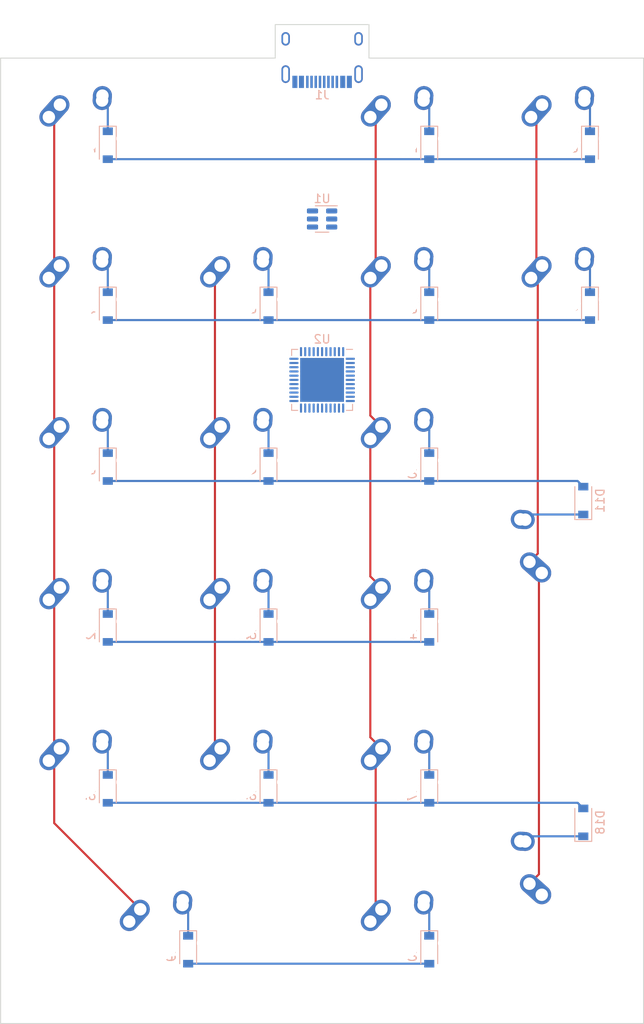
<source format=kicad_pcb>
(kicad_pcb (version 20211014) (generator pcbnew)
  (layers (0 "F.Cu" signal) (31 "B.Cu" signal) (34 "B.Paste" user) (35 "F.Paste" user) (36 "B.SilkS" user "B.Silkscreen") (37 "F.SilkS" user "F.Silkscreen") (38 "B.Mask" user) (39 "F.Mask" user) (44 "Edge.Cuts" user))
  (net 0 "")
  (net 1 "Net-(D1-Pad1)")
  (net 2 "ROW0")
  (net 3 "Net-(D2-Pad1)")
  (net 4 "ROW1")
  (net 5 "Net-(D3-Pad1)")
  (net 6 "ROW2")
  (net 7 "Net-(D4-Pad1)")
  (net 8 "ROW3")
  (net 9 "Net-(D5-Pad1)")
  (net 10 "ROW4")
  (net 11 "Net-(D6-Pad1)")
  (net 12 "Net-(D7-Pad1)")
  (net 13 "Net-(D8-Pad1)")
  (net 14 "Net-(D9-Pad1)")
  (net 15 "Net-(D10-Pad1)")
  (net 16 "Net-(D11-Pad1)")
  (net 17 "Net-(D12-Pad1)")
  (net 18 "Net-(D13-Pad1)")
  (net 19 "Net-(D14-Pad1)")
  (net 20 "Net-(D15-Pad1)")
  (net 21 "Net-(D16-Pad1)")
  (net 22 "Net-(D17-Pad1)")
  (net 23 "Net-(D18-Pad1)")
  (net 24 "Net-(D19-Pad1)")
  (net 25 "COL0")
  (net 26 "COL1")
  (net 27 "COL2")
  (net 28 "COL3")
  (net 29 "ROW5")
  (net 30 "Net-(D20-Pad1)")
  (net 50 "Net-(U2-Pad14)")
  (net 51 "Net-(U2-Pad15)")
  (net 59 "Net-(U2-Pad24)")
  (footprint "MX_Alps_Hybrid:MX-1U-NoLED" (layer "F.Cu") (at 9.525 66.675)
    (fp_text reference "MX12")
    (fp_text value "MX-NoLED")
    (pad "" np_thru_hole circle locked (at -5.08 0 48.0996) (size 1.75 1.75) (drill 1.75) (layers *.Cu *.Mask))
    (pad "" np_thru_hole circle locked (at 0 0) (size 3.9878 3.9878) (drill 3.9878) (layers *.Cu *.Mask))
    (pad "" np_thru_hole circle locked (at 5.08 0 48.0996) (size 1.75 1.75) (drill 1.75) (layers *.Cu *.Mask))
    (pad "1" thru_hole oval locked (at -3.81 -2.54 48.0996) (size 4.211556 2.25) (drill 1.47 (offset 0.980778 0)) (layers *.Cu "B.Mask") (net 25 "COL0"))
    (pad "1" thru_hole circle locked (at -2.5 -4) (size 2.25 2.25) (drill 1.47) (layers *.Cu "B.Mask") (net 25 "COL0"))
    (pad "2" thru_hole circle locked (at 2.54 -5.08) (size 2.25 2.25) (drill 1.47) (layers *.Cu "B.Mask") (net 17 "Net-(D12-Pad1)"))
    (pad "2" thru_hole oval locked (at 2.5 -4.5 86.0548) (size 2.831378 2.25) (drill 1.47 (offset 0.290689 0)) (layers *.Cu "B.Mask") (net 17 "Net-(D12-Pad1)"))
  )
  (footprint "MX_Alps_Hybrid:MX-1U-NoLED" (layer "F.Cu") (at 47.625 28.575)
    (fp_text reference "MX6")
    (fp_text value "MX-NoLED")
    (pad "" np_thru_hole circle locked (at 0 0) (size 3.9878 3.9878) (drill 3.9878) (layers *.Cu *.Mask))
    (pad "" np_thru_hole circle locked (at 5.08 0 48.0996) (size 1.75 1.75) (drill 1.75) (layers *.Cu *.Mask))
    (pad "" np_thru_hole circle locked (at -5.08 0 48.0996) (size 1.75 1.75) (drill 1.75) (layers *.Cu *.Mask))
    (pad "1" thru_hole circle locked (at -2.5 -4) (size 2.25 2.25) (drill 1.47) (layers *.Cu "B.Mask") (net 27 "COL2"))
    (pad "1" thru_hole oval locked (at -3.81 -2.54 48.0996) (size 4.211556 2.25) (drill 1.47 (offset 0.980778 0)) (layers *.Cu "B.Mask") (net 27 "COL2"))
    (pad "2" thru_hole circle locked (at 2.54 -5.08) (size 2.25 2.25) (drill 1.47) (layers *.Cu "B.Mask") (net 11 "Net-(D6-Pad1)"))
    (pad "2" thru_hole oval locked (at 2.5 -4.5 86.0548) (size 2.831378 2.25) (drill 1.47 (offset 0.290689 0)) (layers *.Cu "B.Mask") (net 11 "Net-(D6-Pad1)"))
  )
  (footprint "MX_Alps_Hybrid:MX-1U-NoLED" (layer "F.Cu") (at 28.575 85.725)
    (fp_text reference "MX16")
    (fp_text value "MX-NoLED")
    (pad "" np_thru_hole circle locked (at 5.08 0 48.0996) (size 1.75 1.75) (drill 1.75) (layers *.Cu *.Mask))
    (pad "" np_thru_hole circle locked (at -5.08 0 48.0996) (size 1.75 1.75) (drill 1.75) (layers *.Cu *.Mask))
    (pad "" np_thru_hole circle locked (at 0 0) (size 3.9878 3.9878) (drill 3.9878) (layers *.Cu *.Mask))
    (pad "1" thru_hole oval locked (at -3.81 -2.54 48.0996) (size 4.211556 2.25) (drill 1.47 (offset 0.980778 0)) (layers *.Cu "B.Mask") (net 26 "COL1"))
    (pad "1" thru_hole circle locked (at -2.5 -4) (size 2.25 2.25) (drill 1.47) (layers *.Cu "B.Mask") (net 26 "COL1"))
    (pad "2" thru_hole oval locked (at 2.5 -4.5 86.0548) (size 2.831378 2.25) (drill 1.47 (offset 0.290689 0)) (layers *.Cu "B.Mask") (net 21 "Net-(D16-Pad1)"))
    (pad "2" thru_hole circle locked (at 2.54 -5.08) (size 2.25 2.25) (drill 1.47) (layers *.Cu "B.Mask") (net 21 "Net-(D16-Pad1)"))
  )
  (footprint "MX_Alps_Hybrid:MX-1U-NoLED" (layer "F.Cu") (at 47.625 85.725)
    (fp_text reference "MX17")
    (fp_text value "MX-NoLED")
    (pad "" np_thru_hole circle locked (at -5.08 0 48.0996) (size 1.75 1.75) (drill 1.75) (layers *.Cu *.Mask))
    (pad "" np_thru_hole circle locked (at 5.08 0 48.0996) (size 1.75 1.75) (drill 1.75) (layers *.Cu *.Mask))
    (pad "" np_thru_hole circle locked (at 0 0) (size 3.9878 3.9878) (drill 3.9878) (layers *.Cu *.Mask))
    (pad "1" thru_hole oval locked (at -3.81 -2.54 48.0996) (size 4.211556 2.25) (drill 1.47 (offset 0.980778 0)) (layers *.Cu "B.Mask") (net 27 "COL2"))
    (pad "1" thru_hole circle locked (at -2.5 -4) (size 2.25 2.25) (drill 1.47) (layers *.Cu "B.Mask") (net 27 "COL2"))
    (pad "2" thru_hole circle locked (at 2.54 -5.08) (size 2.25 2.25) (drill 1.47) (layers *.Cu "B.Mask") (net 22 "Net-(D17-Pad1)"))
    (pad "2" thru_hole oval locked (at 2.5 -4.5 86.0548) (size 2.831378 2.25) (drill 1.47 (offset 0.290689 0)) (layers *.Cu "B.Mask") (net 22 "Net-(D17-Pad1)"))
  )
  (footprint "MX_Alps_Hybrid:MX-1U-NoLED" (layer "F.Cu") (at 66.675 28.575)
    (fp_text reference "MX7")
    (fp_text value "MX-NoLED")
    (pad "" np_thru_hole circle locked (at 0 0) (size 3.9878 3.9878) (drill 3.9878) (layers *.Cu *.Mask))
    (pad "" np_thru_hole circle locked (at -5.08 0 48.0996) (size 1.75 1.75) (drill 1.75) (layers *.Cu *.Mask))
    (pad "" np_thru_hole circle locked (at 5.08 0 48.0996) (size 1.75 1.75) (drill 1.75) (layers *.Cu *.Mask))
    (pad "1" thru_hole oval locked (at -3.81 -2.54 48.0996) (size 4.211556 2.25) (drill 1.47 (offset 0.980778 0)) (layers *.Cu "B.Mask") (net 28 "COL3"))
    (pad "1" thru_hole circle locked (at -2.5 -4) (size 2.25 2.25) (drill 1.47) (layers *.Cu "B.Mask") (net 28 "COL3"))
    (pad "2" thru_hole circle locked (at 2.54 -5.08) (size 2.25 2.25) (drill 1.47) (layers *.Cu "B.Mask") (net 12 "Net-(D7-Pad1)"))
    (pad "2" thru_hole oval locked (at 2.5 -4.5 86.0548) (size 2.831378 2.25) (drill 1.47 (offset 0.290689 0)) (layers *.Cu "B.Mask") (net 12 "Net-(D7-Pad1)"))
  )
  (footprint "MX_Alps_Hybrid:MX-2U-ReversedStabilizers-NoLED" (layer "F.Cu") (at 19.05 104.775)
    (fp_text reference "MX19")
    (fp_text value "MX-NoLED")
    (pad "" np_thru_hole circle locked (at 0 0) (size 3.9878 3.9878) (drill 3.9878) (layers *.Cu *.Mask))
    (pad "" np_thru_hole circle locked (at 11.938 6.985) (size 3.048 3.048) (drill 3.048) (layers *.Cu *.Mask))
    (pad "" np_thru_hole circle locked (at 11.938 -8.255) (size 3.9878 3.9878) (drill 3.9878) (layers *.Cu *.Mask))
    (pad "" np_thru_hole circle locked (at -11.938 -8.255) (size 3.9878 3.9878) (drill 3.9878) (layers *.Cu *.Mask))
    (pad "" np_thru_hole circle locked (at -11.938 6.985) (size 3.048 3.048) (drill 3.048) (layers *.Cu *.Mask))
    (pad "" np_thru_hole circle locked (at 5.08 0 48.0996) (size 1.75 1.75) (drill 1.75) (layers *.Cu *.Mask))
    (pad "" np_thru_hole circle locked (at -5.08 0 48.0996) (size 1.75 1.75) (drill 1.75) (layers *.Cu *.Mask))
    (pad "1" thru_hole circle locked (at -2.5 -4) (size 2.25 2.25) (drill 1.47) (layers *.Cu "B.Mask") (net 25 "COL0"))
    (pad "1" thru_hole oval locked (at -3.81 -2.54 48.0996) (size 4.211556 2.25) (drill 1.47 (offset 0.980778 0)) (layers *.Cu "B.Mask") (net 25 "COL0"))
    (pad "2" thru_hole oval locked (at 2.5 -4.5 86.0548) (size 2.831378 2.25) (drill 1.47 (offset 0.290689 0)) (layers *.Cu "B.Mask") (net 24 "Net-(D19-Pad1)"))
    (pad "2" thru_hole circle locked (at 2.54 -5.08) (size 2.25 2.25) (drill 1.47) (layers *.Cu "B.Mask") (net 24 "Net-(D19-Pad1)"))
  )
  (footprint "MX_Alps_Hybrid:MX-1U-NoLED" (layer "F.Cu") (at 47.625 104.775)
    (fp_text reference "MX20")
    (fp_text value "MX-NoLED")
    (pad "" np_thru_hole circle locked (at 5.08 0 48.0996) (size 1.75 1.75) (drill 1.75) (layers *.Cu *.Mask))
    (pad "" np_thru_hole circle locked (at -5.08 0 48.0996) (size 1.75 1.75) (drill 1.75) (layers *.Cu *.Mask))
    (pad "" np_thru_hole circle locked (at 0 0) (size 3.9878 3.9878) (drill 3.9878) (layers *.Cu *.Mask))
    (pad "1" thru_hole oval locked (at -3.81 -2.54 48.0996) (size 4.211556 2.25) (drill 1.47 (offset 0.980778 0)) (layers *.Cu "B.Mask") (net 27 "COL2"))
    (pad "1" thru_hole circle locked (at -2.5 -4) (size 2.25 2.25) (drill 1.47) (layers *.Cu "B.Mask") (net 27 "COL2"))
    (pad "2" thru_hole circle locked (at 2.54 -5.08) (size 2.25 2.25) (drill 1.47) (layers *.Cu "B.Mask") (net 30 "Net-(D20-Pad1)"))
    (pad "2" thru_hole oval locked (at 2.5 -4.5 86.0548) (size 2.831378 2.25) (drill 1.47 (offset 0.290689 0)) (layers *.Cu "B.Mask") (net 30 "Net-(D20-Pad1)"))
  )
  (footprint "MX_Alps_Hybrid:MX-2U-ReversedStabilizers-NoLED" (layer "F.Cu") (at 66.675 57.15 90)
    (fp_text reference "MX11")
    (fp_text value "MX-NoLED")
    (pad "" np_thru_hole circle locked (at -11.938 -8.255 90) (size 3.9878 3.9878) (drill 3.9878) (layers *.Cu *.Mask))
    (pad "" np_thru_hole circle locked (at -11.938 6.985 90) (size 3.048 3.048) (drill 3.048) (layers *.Cu *.Mask))
    (pad "" np_thru_hole circle locked (at 11.938 -8.255 90) (size 3.9878 3.9878) (drill 3.9878) (layers *.Cu *.Mask))
    (pad "" np_thru_hole circle locked (at 11.938 6.985 90) (size 3.048 3.048) (drill 3.048) (layers *.Cu *.Mask))
    (pad "" np_thru_hole circle locked (at 0 0 90) (size 3.9878 3.9878) (drill 3.9878) (layers *.Cu *.Mask))
    (pad "" np_thru_hole circle locked (at 5.08 0 138.0996) (size 1.75 1.75) (drill 1.75) (layers *.Cu *.Mask))
    (pad "" np_thru_hole circle locked (at -5.08 0 138.0996) (size 1.75 1.75) (drill 1.75) (layers *.Cu *.Mask))
    (pad "1" thru_hole oval locked (at -3.81 -2.54 138.0996) (size 4.211556 2.25) (drill 1.47 (offset 0.980778 0)) (layers *.Cu "B.Mask") (net 28 "COL3"))
    (pad "1" thru_hole circle locked (at -2.5 -4 90) (size 2.25 2.25) (drill 1.47) (layers *.Cu "B.Mask") (net 28 "COL3"))
    (pad "2" thru_hole oval locked (at 2.5 -4.5 176.0548) (size 2.831378 2.25) (drill 1.47 (offset 0.290689 0)) (layers *.Cu "B.Mask") (net 16 "Net-(D11-Pad1)"))
    (pad "2" thru_hole circle locked (at 2.54 -5.08 90) (size 2.25 2.25) (drill 1.47) (layers *.Cu "B.Mask") (net 16 "Net-(D11-Pad1)"))
  )
  (footprint "MX_Alps_Hybrid:MX-1U-NoLED" (layer "F.Cu") (at 47.625 9.525)
    (fp_text reference "MX2")
    (fp_text value "MX-NoLED")
    (pad "" np_thru_hole circle locked (at 5.08 0 48.0996) (size 1.75 1.75) (drill 1.75) (layers *.Cu *.Mask))
    (pad "" np_thru_hole circle locked (at -5.08 0 48.0996) (size 1.75 1.75) (drill 1.75) (layers *.Cu *.Mask))
    (pad "" np_thru_hole circle locked (at 0 0) (size 3.9878 3.9878) (drill 3.9878) (layers *.Cu *.Mask))
    (pad "1" thru_hole circle locked (at -2.5 -4) (size 2.25 2.25) (drill 1.47) (layers *.Cu "B.Mask") (net 27 "COL2"))
    (pad "1" thru_hole oval locked (at -3.81 -2.54 48.0996) (size 4.211556 2.25) (drill 1.47 (offset 0.980778 0)) (layers *.Cu "B.Mask") (net 27 "COL2"))
    (pad "2" thru_hole circle locked (at 2.54 -5.08) (size 2.25 2.25) (drill 1.47) (layers *.Cu "B.Mask") (net 3 "Net-(D2-Pad1)"))
    (pad "2" thru_hole oval locked (at 2.5 -4.5 86.0548) (size 2.831378 2.25) (drill 1.47 (offset 0.290689 0)) (layers *.Cu "B.Mask") (net 3 "Net-(D2-Pad1)"))
  )
  (footprint "MX_Alps_Hybrid:MX-1U-NoLED" (layer "F.Cu") (at 9.525 85.725)
    (fp_text reference "MX15")
    (fp_text value "MX-NoLED")
    (pad "" np_thru_hole circle locked (at 0 0) (size 3.9878 3.9878) (drill 3.9878) (layers *.Cu *.Mask))
    (pad "" np_thru_hole circle locked (at 5.08 0 48.0996) (size 1.75 1.75) (drill 1.75) (layers *.Cu *.Mask))
    (pad "" np_thru_hole circle locked (at -5.08 0 48.0996) (size 1.75 1.75) (drill 1.75) (layers *.Cu *.Mask))
    (pad "1" thru_hole oval locked (at -3.81 -2.54 48.0996) (size 4.211556 2.25) (drill 1.47 (offset 0.980778 0)) (layers *.Cu "B.Mask") (net 25 "COL0"))
    (pad "1" thru_hole circle locked (at -2.5 -4) (size 2.25 2.25) (drill 1.47) (layers *.Cu "B.Mask") (net 25 "COL0"))
    (pad "2" thru_hole circle locked (at 2.54 -5.08) (size 2.25 2.25) (drill 1.47) (layers *.Cu "B.Mask") (net 20 "Net-(D15-Pad1)"))
    (pad "2" thru_hole oval locked (at 2.5 -4.5 86.0548) (size 2.831378 2.25) (drill 1.47 (offset 0.290689 0)) (layers *.Cu "B.Mask") (net 20 "Net-(D15-Pad1)"))
  )
  (footprint "MX_Alps_Hybrid:MX-1U-NoLED" (layer "F.Cu") (at 28.575 28.575)
    (fp_text reference "MX5")
    (fp_text value "MX-NoLED")
    (pad "" np_thru_hole circle locked (at -5.08 0 48.0996) (size 1.75 1.75) (drill 1.75) (layers *.Cu *.Mask))
    (pad "" np_thru_hole circle locked (at 5.08 0 48.0996) (size 1.75 1.75) (drill 1.75) (layers *.Cu *.Mask))
    (pad "" np_thru_hole circle locked (at 0 0) (size 3.9878 3.9878) (drill 3.9878) (layers *.Cu *.Mask))
    (pad "1" thru_hole oval locked (at -3.81 -2.54 48.0996) (size 4.211556 2.25) (drill 1.47 (offset 0.980778 0)) (layers *.Cu "B.Mask") (net 26 "COL1"))
    (pad "1" thru_hole circle locked (at -2.5 -4) (size 2.25 2.25) (drill 1.47) (layers *.Cu "B.Mask") (net 26 "COL1"))
    (pad "2" thru_hole circle locked (at 2.54 -5.08) (size 2.25 2.25) (drill 1.47) (layers *.Cu "B.Mask") (net 9 "Net-(D5-Pad1)"))
    (pad "2" thru_hole oval locked (at 2.5 -4.5 86.0548) (size 2.831378 2.25) (drill 1.47 (offset 0.290689 0)) (layers *.Cu "B.Mask") (net 9 "Net-(D5-Pad1)"))
  )
  (footprint "MX_Alps_Hybrid:MX-1U-NoLED" (layer "F.Cu") (at 47.625 47.625)
    (fp_text reference "MX10")
    (fp_text value "MX-NoLED")
    (pad "" np_thru_hole circle locked (at 5.08 0 48.0996) (size 1.75 1.75) (drill 1.75) (layers *.Cu *.Mask))
    (pad "" np_thru_hole circle locked (at -5.08 0 48.0996) (size 1.75 1.75) (drill 1.75) (layers *.Cu *.Mask))
    (pad "" np_thru_hole circle locked (at 0 0) (size 3.9878 3.9878) (drill 3.9878) (layers *.Cu *.Mask))
    (pad "1" thru_hole oval locked (at -3.81 -2.54 48.0996) (size 4.211556 2.25) (drill 1.47 (offset 0.980778 0)) (layers *.Cu "B.Mask") (net 27 "COL2"))
    (pad "1" thru_hole circle locked (at -2.5 -4) (size 2.25 2.25) (drill 1.47) (layers *.Cu "B.Mask") (net 27 "COL2"))
    (pad "2" thru_hole oval locked (at 2.5 -4.5 86.0548) (size 2.831378 2.25) (drill 1.47 (offset 0.290689 0)) (layers *.Cu "B.Mask") (net 15 "Net-(D10-Pad1)"))
    (pad "2" thru_hole circle locked (at 2.54 -5.08) (size 2.25 2.25) (drill 1.47) (layers *.Cu "B.Mask") (net 15 "Net-(D10-Pad1)"))
  )
  (footprint "MX_Alps_Hybrid:MX-1U-NoLED" (layer "F.Cu") (at 9.525 9.525)
    (fp_text reference "MX1")
    (fp_text value "MX-NoLED")
    (pad "" np_thru_hole circle locked (at -5.08 0 48.0996) (size 1.75 1.75) (drill 1.75) (layers *.Cu *.Mask))
    (pad "" np_thru_hole circle locked (at 5.08 0 48.0996) (size 1.75 1.75) (drill 1.75) (layers *.Cu *.Mask))
    (pad "" np_thru_hole circle locked (at 0 0) (size 3.9878 3.9878) (drill 3.9878) (layers *.Cu *.Mask))
    (pad "1" thru_hole circle locked (at -2.5 -4) (size 2.25 2.25) (drill 1.47) (layers *.Cu "B.Mask") (net 25 "COL0"))
    (pad "1" thru_hole oval locked (at -3.81 -2.54 48.0996) (size 4.211556 2.25) (drill 1.47 (offset 0.980778 0)) (layers *.Cu "B.Mask") (net 25 "COL0"))
    (pad "2" thru_hole circle locked (at 2.54 -5.08) (size 2.25 2.25) (drill 1.47) (layers *.Cu "B.Mask") (net 1 "Net-(D1-Pad1)"))
    (pad "2" thru_hole oval locked (at 2.5 -4.5 86.0548) (size 2.831378 2.25) (drill 1.47 (offset 0.290689 0)) (layers *.Cu "B.Mask") (net 1 "Net-(D1-Pad1)"))
  )
  (footprint "MX_Alps_Hybrid:MX-1U-NoLED" (layer "F.Cu") (at 9.525 28.575)
    (fp_text reference "MX4")
    (fp_text value "MX-NoLED")
    (pad "" np_thru_hole circle locked (at -5.08 0 48.0996) (size 1.75 1.75) (drill 1.75) (layers *.Cu *.Mask))
    (pad "" np_thru_hole circle locked (at 0 0) (size 3.9878 3.9878) (drill 3.9878) (layers *.Cu *.Mask))
    (pad "" np_thru_hole circle locked (at 5.08 0 48.0996) (size 1.75 1.75) (drill 1.75) (layers *.Cu *.Mask))
    (pad "1" thru_hole circle locked (at -2.5 -4) (size 2.25 2.25) (drill 1.47) (layers *.Cu "B.Mask") (net 25 "COL0"))
    (pad "1" thru_hole oval locked (at -3.81 -2.54 48.0996) (size 4.211556 2.25) (drill 1.47 (offset 0.980778 0)) (layers *.Cu "B.Mask") (net 25 "COL0"))
    (pad "2" thru_hole oval locked (at 2.5 -4.5 86.0548) (size 2.831378 2.25) (drill 1.47 (offset 0.290689 0)) (layers *.Cu "B.Mask") (net 7 "Net-(D4-Pad1)"))
    (pad "2" thru_hole circle locked (at 2.54 -5.08) (size 2.25 2.25) (drill 1.47) (layers *.Cu "B.Mask") (net 7 "Net-(D4-Pad1)"))
  )
  (footprint "MX_Alps_Hybrid:MX-1U-NoLED" (layer "F.Cu") (at 28.575 66.675)
    (fp_text reference "MX13")
    (fp_text value "MX-NoLED")
    (pad "" np_thru_hole circle locked (at 0 0) (size 3.9878 3.9878) (drill 3.9878) (layers *.Cu *.Mask))
    (pad "" np_thru_hole circle locked (at 5.08 0 48.0996) (size 1.75 1.75) (drill 1.75) (layers *.Cu *.Mask))
    (pad "" np_thru_hole circle locked (at -5.08 0 48.0996) (size 1.75 1.75) (drill 1.75) (layers *.Cu *.Mask))
    (pad "1" thru_hole circle locked (at -2.5 -4) (size 2.25 2.25) (drill 1.47) (layers *.Cu "B.Mask") (net 26 "COL1"))
    (pad "1" thru_hole oval locked (at -3.81 -2.54 48.0996) (size 4.211556 2.25) (drill 1.47 (offset 0.980778 0)) (layers *.Cu "B.Mask") (net 26 "COL1"))
    (pad "2" thru_hole oval locked (at 2.5 -4.5 86.0548) (size 2.831378 2.25) (drill 1.47 (offset 0.290689 0)) (layers *.Cu "B.Mask") (net 18 "Net-(D13-Pad1)"))
    (pad "2" thru_hole circle locked (at 2.54 -5.08) (size 2.25 2.25) (drill 1.47) (layers *.Cu "B.Mask") (net 18 "Net-(D13-Pad1)"))
  )
  (footprint "MX_Alps_Hybrid:MX-1U-NoLED" (layer "F.Cu") (at 66.675 9.525)
    (fp_text reference "MX3")
    (fp_text value "MX-NoLED")
    (pad "" np_thru_hole circle locked (at -5.08 0 48.0996) (size 1.75 1.75) (drill 1.75) (layers *.Cu *.Mask))
    (pad "" np_thru_hole circle locked (at 0 0) (size 3.9878 3.9878) (drill 3.9878) (layers *.Cu *.Mask))
    (pad "" np_thru_hole circle locked (at 5.08 0 48.0996) (size 1.75 1.75) (drill 1.75) (layers *.Cu *.Mask))
    (pad "1" thru_hole circle locked (at -2.5 -4) (size 2.25 2.25) (drill 1.47) (layers *.Cu "B.Mask") (net 28 "COL3"))
    (pad "1" thru_hole oval locked (at -3.81 -2.54 48.0996) (size 4.211556 2.25) (drill 1.47 (offset 0.980778 0)) (layers *.Cu "B.Mask") (net 28 "COL3"))
    (pad "2" thru_hole circle locked (at 2.54 -5.08) (size 2.25 2.25) (drill 1.47) (layers *.Cu "B.Mask") (net 5 "Net-(D3-Pad1)"))
    (pad "2" thru_hole oval locked (at 2.5 -4.5 86.0548) (size 2.831378 2.25) (drill 1.47 (offset 0.290689 0)) (layers *.Cu "B.Mask") (net 5 "Net-(D3-Pad1)"))
  )
  (footprint "MX_Alps_Hybrid:MX-1U-NoLED" (layer "F.Cu") (at 9.525 47.625)
    (fp_text reference "MX8")
    (fp_text value "MX-NoLED")
    (pad "" np_thru_hole circle locked (at -5.08 0 48.0996) (size 1.75 1.75) (drill 1.75) (layers *.Cu *.Mask))
    (pad "" np_thru_hole circle locked (at 5.08 0 48.0996) (size 1.75 1.75) (drill 1.75) (layers *.Cu *.Mask))
    (pad "" np_thru_hole circle locked (at 0 0) (size 3.9878 3.9878) (drill 3.9878) (layers *.Cu *.Mask))
    (pad "1" thru_hole circle locked (at -2.5 -4) (size 2.25 2.25) (drill 1.47) (layers *.Cu "B.Mask") (net 25 "COL0"))
    (pad "1" thru_hole oval locked (at -3.81 -2.54 48.0996) (size 4.211556 2.25) (drill 1.47 (offset 0.980778 0)) (layers *.Cu "B.Mask") (net 25 "COL0"))
    (pad "2" thru_hole circle locked (at 2.54 -5.08) (size 2.25 2.25) (drill 1.47) (layers *.Cu "B.Mask") (net 13 "Net-(D8-Pad1)"))
    (pad "2" thru_hole oval locked (at 2.5 -4.5 86.0548) (size 2.831378 2.25) (drill 1.47 (offset 0.290689 0)) (layers *.Cu "B.Mask") (net 13 "Net-(D8-Pad1)"))
  )
  (footprint "MX_Alps_Hybrid:MX-2U-ReversedStabilizers-NoLED" (layer "F.Cu") (at 66.675 95.25 90)
    (fp_text reference "MX18")
    (fp_text value "MX-NoLED")
    (pad "" np_thru_hole circle locked (at 11.938 6.985 90) (size 3.048 3.048) (drill 3.048) (layers *.Cu *.Mask))
    (pad "" np_thru_hole circle locked (at 0 0 90) (size 3.9878 3.9878) (drill 3.9878) (layers *.Cu *.Mask))
    (pad "" np_thru_hole circle locked (at -5.08 0 138.0996) (size 1.75 1.75) (drill 1.75) (layers *.Cu *.Mask))
    (pad "" np_thru_hole circle locked (at -11.938 6.985 90) (size 3.048 3.048) (drill 3.048) (layers *.Cu *.Mask))
    (pad "" np_thru_hole circle locked (at 11.938 -8.255 90) (size 3.9878 3.9878) (drill 3.9878) (layers *.Cu *.Mask))
    (pad "" np_thru_hole circle locked (at -11.938 -8.255 90) (size 3.9878 3.9878) (drill 3.9878) (layers *.Cu *.Mask))
    (pad "" np_thru_hole circle locked (at 5.08 0 138.0996) (size 1.75 1.75) (drill 1.75) (layers *.Cu *.Mask))
    (pad "1" thru_hole circle locked (at -2.5 -4 90) (size 2.25 2.25) (drill 1.47) (layers *.Cu "B.Mask") (net 28 "COL3"))
    (pad "1" thru_hole oval locked (at -3.81 -2.54 138.0996) (size 4.211556 2.25) (drill 1.47 (offset 0.980778 0)) (layers *.Cu "B.Mask") (net 28 "COL3"))
    (pad "2" thru_hole oval locked (at 2.5 -4.5 176.0548) (size 2.831378 2.25) (drill 1.47 (offset 0.290689 0)) (layers *.Cu "B.Mask") (net 23 "Net-(D18-Pad1)"))
    (pad "2" thru_hole circle locked (at 2.54 -5.08 90) (size 2.25 2.25) (drill 1.47) (layers *.Cu "B.Mask") (net 23 "Net-(D18-Pad1)"))
  )
  (footprint "MX_Alps_Hybrid:MX-1U-NoLED" (layer "F.Cu") (at 28.575 47.625)
    (fp_text reference "MX9")
    (fp_text value "MX-NoLED")
    (pad "" np_thru_hole circle locked (at 5.08 0 48.0996) (size 1.75 1.75) (drill 1.75) (layers *.Cu *.Mask))
    (pad "" np_thru_hole circle locked (at 0 0) (size 3.9878 3.9878) (drill 3.9878) (layers *.Cu *.Mask))
    (pad "" np_thru_hole circle locked (at -5.08 0 48.0996) (size 1.75 1.75) (drill 1.75) (layers *.Cu *.Mask))
    (pad "1" thru_hole circle locked (at -2.5 -4) (size 2.25 2.25) (drill 1.47) (layers *.Cu "B.Mask") (net 26 "COL1"))
    (pad "1" thru_hole oval locked (at -3.81 -2.54 48.0996) (size 4.211556 2.25) (drill 1.47 (offset 0.980778 0)) (layers *.Cu "B.Mask") (net 26 "COL1"))
    (pad "2" thru_hole oval locked (at 2.5 -4.5 86.0548) (size 2.831378 2.25) (drill 1.47 (offset 0.290689 0)) (layers *.Cu "B.Mask") (net 14 "Net-(D9-Pad1)"))
    (pad "2" thru_hole circle locked (at 2.54 -5.08) (size 2.25 2.25) (drill 1.47) (layers *.Cu "B.Mask") (net 14 "Net-(D9-Pad1)"))
  )
  (footprint "MX_Alps_Hybrid:MX-1U-NoLED" (layer "F.Cu") (at 47.625 66.675)
    (fp_text reference "MX14")
    (fp_text value "MX-NoLED")
    (pad "" np_thru_hole circle locked (at 0 0) (size 3.9878 3.9878) (drill 3.9878) (layers *.Cu *.Mask))
    (pad "" np_thru_hole circle locked (at -5.08 0 48.0996) (size 1.75 1.75) (drill 1.75) (layers *.Cu *.Mask))
    (pad "" np_thru_hole circle locked (at 5.08 0 48.0996) (size 1.75 1.75) (drill 1.75) (layers *.Cu *.Mask))
    (pad "1" thru_hole circle locked (at -2.5 -4) (size 2.25 2.25) (drill 1.47) (layers *.Cu "B.Mask") (net 27 "COL2"))
    (pad "1" thru_hole oval locked (at -3.81 -2.54 48.0996) (size 4.211556 2.25) (drill 1.47 (offset 0.980778 0)) (layers *.Cu "B.Mask") (net 27 "COL2"))
    (pad "2" thru_hole oval locked (at 2.5 -4.5 86.0548) (size 2.831378 2.25) (drill 1.47 (offset 0.290689 0)) (layers *.Cu "B.Mask") (net 19 "Net-(D14-Pad1)"))
    (pad "2" thru_hole circle locked (at 2.54 -5.08) (size 2.25 2.25) (drill 1.47) (layers *.Cu "B.Mask") (net 19 "Net-(D14-Pad1)"))
  )
  (footprint "Diode_SMD:D_SOD-123" (layer "B.Cu") (at 50.8 105.56875 -90)
    (fp_text reference "D20" (at 0 2 90) (layer "B.SilkS") (effects (justify mirror)))
    (fp_text value "1N4148W")
    (pad "1" smd rect locked (at -1.65 0 270) (size 0.9 1.2) (layers "B.Cu" "B.Paste" "B.Mask") (net 30 "Net-(D20-Pad1)"))
    (pad "2" smd rect locked (at 1.65 0 270) (size 0.9 1.2) (layers "B.Cu" "B.Paste" "B.Mask") (net 29 "ROW5"))
  )
  (footprint "Diode_SMD:D_SOD-123" (layer "B.Cu") (at 50.8 86.51875 -90)
    (fp_text reference "D17" (at 0 2 90) (layer "B.SilkS") (effects (justify mirror)))
    (fp_text value "1N4148W")
    (pad "1" smd rect locked (at -1.65 0 270) (size 0.9 1.2) (layers "B.Cu" "B.Paste" "B.Mask") (net 22 "Net-(D17-Pad1)"))
    (pad "2" smd rect locked (at 1.65 0 270) (size 0.9 1.2) (layers "B.Cu" "B.Paste" "B.Mask") (net 10 "ROW4"))
  )
  (footprint "Type-C:HRO-TYPE-C-31-M-12" (layer "B.Cu") (at 38.1 -4.87875)
    (fp_text reference "J1" (at 0 9.25 180) (layer "B.SilkS") (effects (justify mirror)))
    (fp_text value "USB_C_Receptacle_USB2.0")
    (pad "" np_thru_hole circle locked (at 2.89 6.25) (size 0.65 0.65) (drill 0.65) (layers *.Cu *.Mask))
    (pad "" np_thru_hole circle locked (at -2.89 6.25) (size 0.65 0.65) (drill 0.65) (layers *.Cu *.Mask))
    (pad "1" smd rect locked (at -3.225 7.695) (size 0.6 1.45) (layers "B.Cu" "B.Paste" "B.Mask"))
    (pad "2" smd rect locked (at -2.45 7.695) (size 0.6 1.45) (layers "B.Cu" "B.Paste" "B.Mask"))
    (pad "3" smd rect locked (at -1.75 7.695) (size 0.3 1.45) (layers "B.Cu" "B.Paste" "B.Mask"))
    (pad "4" smd rect locked (at -1.25 7.695) (size 0.3 1.45) (layers "B.Cu" "B.Paste" "B.Mask"))
    (pad "5" smd rect locked (at -0.75 7.695) (size 0.3 1.45) (layers "B.Cu" "B.Paste" "B.Mask"))
    (pad "6" smd rect locked (at -0.25 7.695) (size 0.3 1.45) (layers "B.Cu" "B.Paste" "B.Mask"))
    (pad "7" smd rect locked (at 0.25 7.695) (size 0.3 1.45) (layers "B.Cu" "B.Paste" "B.Mask"))
    (pad "8" smd rect locked (at 0.75 7.695) (size 0.3 1.45) (layers "B.Cu" "B.Paste" "B.Mask"))
    (pad "9" smd rect locked (at 1.25 7.695) (size 0.3 1.45) (layers "B.Cu" "B.Paste" "B.Mask"))
    (pad "10" smd rect locked (at 1.75 7.695) (size 0.3 1.45) (layers "B.Cu" "B.Paste" "B.Mask"))
    (pad "11" smd rect locked (at 2.45 7.695) (size 0.6 1.45) (layers "B.Cu" "B.Paste" "B.Mask"))
    (pad "12" smd rect locked (at 3.225 7.695) (size 0.6 1.45) (layers "B.Cu" "B.Paste" "B.Mask"))
    (pad "13" thru_hole oval locked (at 4.32 2.6) (size 1 1.6) (drill oval 0.6 1.2) (layers *.Cu "F.Mask"))
    (pad "13" thru_hole oval locked (at 4.32 6.78) (size 1 2.1) (drill oval 0.6 1.7) (layers *.Cu "F.Mask"))
    (pad "13" thru_hole oval locked (at -4.32 2.6) (size 1 1.6) (drill oval 0.6 1.2) (layers *.Cu "F.Mask"))
    (pad "13" thru_hole oval locked (at -4.32 6.78) (size 1 2.1) (drill oval 0.6 1.7) (layers *.Cu "F.Mask"))
  )
  (footprint "Diode_SMD:D_SOD-123" (layer "B.Cu") (at 12.7 67.46875 -90)
    (fp_text reference "D12" (at 0 2 90) (layer "B.SilkS") (effects (justify mirror)))
    (fp_text value "1N4148W")
    (pad "1" smd rect locked (at -1.65 0 270) (size 0.9 1.2) (layers "B.Cu" "B.Paste" "B.Mask") (net 17 "Net-(D12-Pad1)"))
    (pad "2" smd rect locked (at 1.65 0 270) (size 0.9 1.2) (layers "B.Cu" "B.Paste" "B.Mask") (net 8 "ROW3"))
  )
  (footprint "Package_TO_SOT_SMD:SOT-23-6" (layer "B.Cu") (at 38.1 19.05 180)
    (fp_text reference "U1" (at 0 2.4) (layer "B.SilkS") (effects (justify mirror)))
    (fp_text value "SRV05-4")
    (pad "1" smd roundrect locked (at -1.1375 0.95 180) (size 1.325 0.6) (layers "B.Cu" "B.Paste" "B.Mask"))
    (pad "2" smd roundrect locked (at -1.1375 0 180) (size 1.325 0.6) (layers "B.Cu" "B.Paste" "B.Mask"))
    (pad "3" smd roundrect locked (at -1.1375 -0.95 180) (size 1.325 0.6) (layers "B.Cu" "B.Paste" "B.Mask"))
    (pad "4" smd roundrect locked (at 1.1375 -0.95 180) (size 1.325 0.6) (layers "B.Cu" "B.Paste" "B.Mask"))
    (pad "5" smd roundrect locked (at 1.1375 0 180) (size 1.325 0.6) (layers "B.Cu" "B.Paste" "B.Mask"))
    (pad "6" smd roundrect locked (at 1.1375 0.95 180) (size 1.325 0.6) (layers "B.Cu" "B.Paste" "B.Mask"))
  )
  (footprint "Diode_SMD:D_SOD-123" (layer "B.Cu") (at 31.75 86.51875 -90)
    (fp_text reference "D16" (at 0 2 90) (layer "B.SilkS") (effects (justify mirror)))
    (fp_text value "1N4148W")
    (pad "1" smd rect locked (at -1.65 0 270) (size 0.9 1.2) (layers "B.Cu" "B.Paste" "B.Mask") (net 21 "Net-(D16-Pad1)"))
    (pad "2" smd rect locked (at 1.65 0 270) (size 0.9 1.2) (layers "B.Cu" "B.Paste" "B.Mask") (net 10 "ROW4"))
  )
  (footprint "Diode_SMD:D_SOD-123" (layer "B.Cu") (at 69.85 10.31875 -90)
    (fp_text reference "D3" (at 0 2 90) (layer "B.SilkS") (effects (justify mirror)))
    (fp_text value "1N4148W")
    (pad "1" smd rect locked (at -1.65 0 270) (size 0.9 1.2) (layers "B.Cu" "B.Paste" "B.Mask") (net 5 "Net-(D3-Pad1)"))
    (pad "2" smd rect locked (at 1.65 0 270) (size 0.9 1.2) (layers "B.Cu" "B.Paste" "B.Mask") (net 2 "ROW0"))
  )
  (footprint "Diode_SMD:D_SOD-123" (layer "B.Cu") (at 31.75 48.41875 -90)
    (fp_text reference "D9" (at 0 2 90) (layer "B.SilkS") (effects (justify mirror)))
    (fp_text value "1N4148W")
    (pad "1" smd rect locked (at -1.65 0 270) (size 0.9 1.2) (layers "B.Cu" "B.Paste" "B.Mask") (net 14 "Net-(D9-Pad1)"))
    (pad "2" smd rect locked (at 1.65 0 270) (size 0.9 1.2) (layers "B.Cu" "B.Paste" "B.Mask") (net 6 "ROW2"))
  )
  (footprint "Diode_SMD:D_SOD-123" (layer "B.Cu") (at 50.8 67.46875 -90)
    (fp_text reference "D14" (at 0 2 90) (layer "B.SilkS") (effects (justify mirror)))
    (fp_text value "1N4148W")
    (pad "1" smd rect locked (at -1.65 0 270) (size 0.9 1.2) (layers "B.Cu" "B.Paste" "B.Mask") (net 19 "Net-(D14-Pad1)"))
    (pad "2" smd rect locked (at 1.65 0 270) (size 0.9 1.2) (layers "B.Cu" "B.Paste" "B.Mask") (net 8 "ROW3"))
  )
  (footprint "Diode_SMD:D_SOD-123" (layer "B.Cu") (at 12.7 10.31875 -90)
    (fp_text reference "D1" (at 0 2 90) (layer "B.SilkS") (effects (justify mirror)))
    (fp_text value "1N4148W")
    (pad "1" smd rect locked (at -1.65 0 270) (size 0.9 1.2) (layers "B.Cu" "B.Paste" "B.Mask") (net 1 "Net-(D1-Pad1)"))
    (pad "2" smd rect locked (at 1.65 0 270) (size 0.9 1.2) (layers "B.Cu" "B.Paste" "B.Mask") (net 2 "ROW0"))
  )
  (footprint "Diode_SMD:D_SOD-123" (layer "B.Cu") (at 12.7 29.36875 -90)
    (fp_text reference "D4" (at 0 2 90) (layer "B.SilkS") (effects (justify mirror)))
    (fp_text value "1N4148W")
    (pad "1" smd rect locked (at -1.65 0 270) (size 0.9 1.2) (layers "B.Cu" "B.Paste" "B.Mask") (net 7 "Net-(D4-Pad1)"))
    (pad "2" smd rect locked (at 1.65 0 270) (size 0.9 1.2) (layers "B.Cu" "B.Paste" "B.Mask") (net 4 "ROW1"))
  )
  (footprint "Diode_SMD:D_SOD-123" (layer "B.Cu") (at 69.05625 52.3875 90)
    (fp_text reference "D11" (at 0 2 90) (layer "B.SilkS") (effects (justify mirror)))
    (fp_text value "1N4148W")
    (pad "1" smd rect locked (at -1.65 0 90) (size 0.9 1.2) (layers "B.Cu" "B.Paste" "B.Mask") (net 16 "Net-(D11-Pad1)"))
    (pad "2" smd rect locked (at 1.65 0 90) (size 0.9 1.2) (layers "B.Cu" "B.Paste" "B.Mask") (net 6 "ROW2"))
  )
  (footprint "Diode_SMD:D_SOD-123" (layer "B.Cu") (at 50.8 48.41875 -90)
    (fp_text reference "D10" (at 0 2 90) (layer "B.SilkS") (effects (justify mirror)))
    (fp_text value "1N4148W")
    (pad "1" smd rect locked (at -1.65 0 270) (size 0.9 1.2) (layers "B.Cu" "B.Paste" "B.Mask") (net 15 "Net-(D10-Pad1)"))
    (pad "2" smd rect locked (at 1.65 0 270) (size 0.9 1.2) (layers "B.Cu" "B.Paste" "B.Mask") (net 6 "ROW2"))
  )
  (footprint "Diode_SMD:D_SOD-123" (layer "B.Cu") (at 12.7 86.51875 -90)
    (fp_text reference "D15" (at 0 2 90) (layer "B.SilkS") (effects (justify mirror)))
    (fp_text value "1N4148W")
    (pad "1" smd rect locked (at -1.65 0 270) (size 0.9 1.2) (layers "B.Cu" "B.Paste" "B.Mask") (net 20 "Net-(D15-Pad1)"))
    (pad "2" smd rect locked (at 1.65 0 270) (size 0.9 1.2) (layers "B.Cu" "B.Paste" "B.Mask") (net 10 "ROW4"))
  )
  (footprint "Diode_SMD:D_SOD-123" (layer "B.Cu") (at 31.75 67.46875 -90)
    (fp_text reference "D13" (at 0 2 90) (layer "B.SilkS") (effects (justify mirror)))
    (fp_text value "1N4148W")
    (pad "1" smd rect locked (at -1.65 0 270) (size 0.9 1.2) (layers "B.Cu" "B.Paste" "B.Mask") (net 18 "Net-(D13-Pad1)"))
    (pad "2" smd rect locked (at 1.65 0 270) (size 0.9 1.2) (layers "B.Cu" "B.Paste" "B.Mask") (net 8 "ROW3"))
  )
  (footprint "Diode_SMD:D_SOD-123" (layer "B.Cu") (at 22.225 105.56875 -90)
    (fp_text reference "D19" (at 0 2 90) (layer "B.SilkS") (effects (justify mirror)))
    (fp_text value "1N4148W")
    (pad "1" smd rect locked (at -1.65 0 270) (size 0.9 1.2) (layers "B.Cu" "B.Paste" "B.Mask") (net 24 "Net-(D19-Pad1)"))
    (pad "2" smd rect locked (at 1.65 0 270) (size 0.9 1.2) (layers "B.Cu" "B.Paste" "B.Mask") (net 29 "ROW5"))
  )
  (footprint "Diode_SMD:D_SOD-123" (layer "B.Cu") (at 12.7 48.41875 -90)
    (fp_text reference "D8" (at 0 2 90) (layer "B.SilkS") (effects (justify mirror)))
    (fp_text value "1N4148W")
    (pad "1" smd rect locked (at -1.65 0 270) (size 0.9 1.2) (layers "B.Cu" "B.Paste" "B.Mask") (net 13 "Net-(D8-Pad1)"))
    (pad "2" smd rect locked (at 1.65 0 270) (size 0.9 1.2) (layers "B.Cu" "B.Paste" "B.Mask") (net 6 "ROW2"))
  )
  (footprint "Diode_SMD:D_SOD-123" (layer "B.Cu") (at 50.8 10.31875 -90)
    (fp_text reference "D2" (at 0 2 90) (layer "B.SilkS") (effects (justify mirror)))
    (fp_text value "1N4148W")
    (pad "1" smd rect locked (at -1.65 0 270) (size 0.9 1.2) (layers "B.Cu" "B.Paste" "B.Mask") (net 3 "Net-(D2-Pad1)"))
    (pad "2" smd rect locked (at 1.65 0 270) (size 0.9 1.2) (layers "B.Cu" "B.Paste" "B.Mask") (net 2 "ROW0"))
  )
  (footprint "Package_DFN_QFN:QFN-44-1EP_7x7mm_P0.5mm_EP5.2x5.2mm" (layer "B.Cu") (at 38.1 38.1 180)
    (fp_text reference "U2" (at 0 4.82) (layer "B.SilkS") (effects (justify mirror)))
    (fp_text value "ATmega32U4-M")
    (pad "1" smd roundrect locked (at -3.3375 2.5 180) (size 1.075 0.25) (layers "B.Cu" "B.Paste" "B.Mask"))
    (pad "2" smd roundrect locked (at -3.3375 2 180) (size 1.075 0.25) (layers "B.Cu" "B.Paste" "B.Mask"))
    (pad "3" smd roundrect locked (at -3.3375 1.5 180) (size 1.075 0.25) (layers "B.Cu" "B.Paste" "B.Mask"))
    (pad "4" smd roundrect locked (at -3.3375 1 180) (size 1.075 0.25) (layers "B.Cu" "B.Paste" "B.Mask"))
    (pad "5" smd roundrect locked (at -3.3375 0.5 180) (size 1.075 0.25) (layers "B.Cu" "B.Paste" "B.Mask"))
    (pad "6" smd roundrect locked (at -3.3375 0 180) (size 1.075 0.25) (layers "B.Cu" "B.Paste" "B.Mask"))
    (pad "7" smd roundrect locked (at -3.3375 -0.5 180) (size 1.075 0.25) (layers "B.Cu" "B.Paste" "B.Mask"))
    (pad "8" smd roundrect locked (at -3.3375 -1 180) (size 1.075 0.25) (layers "B.Cu" "B.Paste" "B.Mask"))
    (pad "9" smd roundrect locked (at -3.3375 -1.5 180) (size 1.075 0.25) (layers "B.Cu" "B.Paste" "B.Mask"))
    (pad "10" smd roundrect locked (at -3.3375 -2 180) (size 1.075 0.25) (layers "B.Cu" "B.Paste" "B.Mask"))
    (pad "11" smd roundrect locked (at -3.3375 -2.5 180) (size 1.075 0.25) (layers "B.Cu" "B.Paste" "B.Mask"))
    (pad "12" smd roundrect locked (at -2.5 -3.3375 180) (size 0.25 1.075) (layers "B.Cu" "B.Paste" "B.Mask"))
    (pad "13" smd roundrect locked (at -2 -3.3375 180) (size 0.25 1.075) (layers "B.Cu" "B.Paste" "B.Mask"))
    (pad "14" smd roundrect locked (at -1.5 -3.3375 180) (size 0.25 1.075) (layers "B.Cu" "B.Paste" "B.Mask") (net 50 "Net-(U2-Pad14)"))
    (pad "15" smd roundrect locked (at -1 -3.3375 180) (size 0.25 1.075) (layers "B.Cu" "B.Paste" "B.Mask") (net 51 "Net-(U2-Pad15)"))
    (pad "16" smd roundrect locked (at -0.5 -3.3375 180) (size 0.25 1.075) (layers "B.Cu" "B.Paste" "B.Mask"))
    (pad "17" smd roundrect locked (at 0 -3.3375 180) (size 0.25 1.075) (layers "B.Cu" "B.Paste" "B.Mask"))
    (pad "18" smd roundrect locked (at 0.5 -3.3375 180) (size 0.25 1.075) (layers "B.Cu" "B.Paste" "B.Mask"))
    (pad "19" smd roundrect locked (at 1 -3.3375 180) (size 0.25 1.075) (layers "B.Cu" "B.Paste" "B.Mask"))
    (pad "20" smd roundrect locked (at 1.5 -3.3375 180) (size 0.25 1.075) (layers "B.Cu" "B.Paste" "B.Mask"))
    (pad "21" smd roundrect locked (at 2 -3.3375 180) (size 0.25 1.075) (layers "B.Cu" "B.Paste" "B.Mask"))
    (pad "22" smd roundrect locked (at 2.5 -3.3375 180) (size 0.25 1.075) (layers "B.Cu" "B.Paste" "B.Mask"))
    (pad "23" smd roundrect locked (at 3.3375 -2.5 180) (size 1.075 0.25) (layers "B.Cu" "B.Paste" "B.Mask") (net 51 "Net-(U2-Pad15)"))
    (pad "24" smd roundrect locked (at 3.3375 -2 180) (size 1.075 0.25) (layers "B.Cu" "B.Paste" "B.Mask") (net 59 "Net-(U2-Pad24)"))
    (pad "25" smd roundrect locked (at 3.3375 -1.5 180) (size 1.075 0.25) (layers "B.Cu" "B.Paste" "B.Mask"))
    (pad "26" smd roundrect locked (at 3.3375 -1 180) (size 1.075 0.25) (layers "B.Cu" "B.Paste" "B.Mask"))
    (pad "27" smd roundrect locked (at 3.3375 -0.5 180) (size 1.075 0.25) (layers "B.Cu" "B.Paste" "B.Mask"))
    (pad "28" smd roundrect locked (at 3.3375 0 180) (size 1.075 0.25) (layers "B.Cu" "B.Paste" "B.Mask"))
    (pad "29" smd roundrect locked (at 3.3375 0.5 180) (size 1.075 0.25) (layers "B.Cu" "B.Paste" "B.Mask"))
    (pad "30" smd roundrect locked (at 3.3375 1 180) (size 1.075 0.25) (layers "B.Cu" "B.Paste" "B.Mask"))
    (pad "31" smd roundrect locked (at 3.3375 1.5 180) (size 1.075 0.25) (layers "B.Cu" "B.Paste" "B.Mask"))
    (pad "32" smd roundrect locked (at 3.3375 2 180) (size 1.075 0.25) (layers "B.Cu" "B.Paste" "B.Mask"))
    (pad "33" smd roundrect locked (at 3.3375 2.5 180) (size 1.075 0.25) (layers "B.Cu" "B.Paste" "B.Mask"))
    (pad "34" smd roundrect locked (at 2.5 3.3375 180) (size 0.25 1.075) (layers "B.Cu" "B.Paste" "B.Mask") (net 50 "Net-(U2-Pad14)"))
    (pad "35" smd roundrect locked (at 2 3.3375 180) (size 0.25 1.075) (layers "B.Cu" "B.Paste" "B.Mask") (net 51 "Net-(U2-Pad15)"))
    (pad "36" smd roundrect locked (at 1.5 3.3375 180) (size 0.25 1.075) (layers "B.Cu" "B.Paste" "B.Mask"))
    (pad "37" smd roundrect locked (at 1 3.3375 180) (size 0.25 1.075) (layers "B.Cu" "B.Paste" "B.Mask"))
    (pad "38" smd roundrect locked (at 0.5 3.3375 180) (size 0.25 1.075) (layers "B.Cu" "B.Paste" "B.Mask"))
    (pad "39" smd roundrect locked (at 0 3.3375 180) (size 0.25 1.075) (layers "B.Cu" "B.Paste" "B.Mask"))
    (pad "40" smd roundrect locked (at -0.5 3.3375 180) (size 0.25 1.075) (layers "B.Cu" "B.Paste" "B.Mask"))
    (pad "41" smd roundrect locked (at -1 3.3375 180) (size 0.25 1.075) (layers "B.Cu" "B.Paste" "B.Mask"))
    (pad "42" smd roundrect locked (at -1.5 3.3375 180) (size 0.25 1.075) (layers "B.Cu" "B.Paste" "B.Mask"))
    (pad "43" smd roundrect locked (at -2 3.3375 180) (size 0.25 1.075) (layers "B.Cu" "B.Paste" "B.Mask") (net 51 "Net-(U2-Pad15)"))
    (pad "44" smd roundrect locked (at -2.5 3.3375 180) (size 0.25 1.075) (layers "B.Cu" "B.Paste" "B.Mask") (net 59 "Net-(U2-Pad24)"))
    (pad "45" smd rect locked (at 0 0 180) (size 5.2 5.2) (layers "B.Cu" "B.Mask") (net 51 "Net-(U2-Pad15)"))
  )
  (footprint "Diode_SMD:D_SOD-123" (layer "B.Cu") (at 69.85 29.36875 -90)
    (fp_text reference "D7" (at 0 2 90) (layer "B.SilkS") (effects (justify mirror)))
    (fp_text value "1N4148W")
    (pad "1" smd rect locked (at -1.65 0 270) (size 0.9 1.2) (layers "B.Cu" "B.Paste" "B.Mask") (net 12 "Net-(D7-Pad1)"))
    (pad "2" smd rect locked (at 1.65 0 270) (size 0.9 1.2) (layers "B.Cu" "B.Paste" "B.Mask") (net 4 "ROW1"))
  )
  (footprint "Diode_SMD:D_SOD-123" (layer "B.Cu") (at 50.8 29.36875 -90)
    (fp_text reference "D6" (at 0 2 90) (layer "B.SilkS") (effects (justify mirror)))
    (fp_text value "1N4148W")
    (pad "1" smd rect locked (at -1.65 0 270) (size 0.9 1.2) (layers "B.Cu" "B.Paste" "B.Mask") (net 11 "Net-(D6-Pad1)"))
    (pad "2" smd rect locked (at 1.65 0 270) (size 0.9 1.2) (layers "B.Cu" "B.Paste" "B.Mask") (net 4 "ROW1"))
  )
  (footprint "Diode_SMD:D_SOD-123" (layer "B.Cu") (at 31.75 29.36875 -90)
    (fp_text reference "D5" (at 0 2 90) (layer "B.SilkS") (effects (justify mirror)))
    (fp_text value "1N4148W")
    (pad "1" smd rect locked (at -1.65 0 270) (size 0.9 1.2) (layers "B.Cu" "B.Paste" "B.Mask") (net 9 "Net-(D5-Pad1)"))
    (pad "2" smd rect locked (at 1.65 0 270) (size 0.9 1.2) (layers "B.Cu" "B.Paste" "B.Mask") (net 4 "ROW1"))
  )
  (footprint "Diode_SMD:D_SOD-123" (layer "B.Cu") (at 69.05625 90.4875 90)
    (fp_text reference "D18" (at 0 2 90) (layer "B.SilkS") (effects (justify mirror)))
    (fp_text value "1N4148W")
    (pad "1" smd rect locked (at -1.65 0 90) (size 0.9 1.2) (layers "B.Cu" "B.Paste" "B.Mask") (net 23 "Net-(D18-Pad1)"))
    (pad "2" smd rect locked (at 1.65 0 90) (size 0.9 1.2) (layers "B.Cu" "B.Paste" "B.Mask") (net 10 "ROW4"))
  )
  (gr_line (start 32.54375 -3.96875) (end 43.65625 -3.96875) (layer "Edge.Cuts") (width 0.1))
  (gr_line (start 0 0) (end 32.54375 0) (layer "Edge.Cuts") (width 0.1))
  (gr_line (start 0 114.3) (end 76.2 114.3) (layer "Edge.Cuts") (width 0.1))
  (gr_line (start 0 0) (end 0 114.3) (layer "Edge.Cuts") (width 0.1))
  (gr_line (start 76.2 114.3) (end 76.2 0) (layer "Edge.Cuts") (width 0.1))
  (gr_line (start 32.54375 0) (end 32.54375 -3.96875) (layer "Edge.Cuts") (width 0.1))
  (gr_line (start 43.65625 0) (end 76.2 0) (layer "Edge.Cuts") (width 0.1))
  (gr_line (start 43.65625 -3.96875) (end 43.65625 0) (layer "Edge.Cuts") (width 0.1))
  (segment (start 12.7 8.66875) (end 12.7 5.7) (width 0.25) (layer "B.Cu") (net 1))
  (segment (start 12.7 5.7) (end 12.025 5.025) (width 0.25) (layer "B.Cu") (net 1))
  (segment (start 50.8 11.96875) (end 69.85 11.96875) (width 0.25) (layer "B.Cu") (net 2))
  (segment (start 12.7 11.96875) (end 50.8 11.96875) (width 0.25) (layer "B.Cu") (net 2))
  (segment (start 50.8 5.7) (end 50.125 5.025) (width 0.25) (layer "B.Cu") (net 3))
  (segment (start 50.8 8.66875) (end 50.8 5.7) (width 0.25) (layer "B.Cu") (net 3))
  (segment (start 50.8 31.01875) (end 69.85 31.01875) (width 0.25) (layer "B.Cu") (net 4))
  (segment (start 31.75 31.01875) (end 50.8 31.01875) (width 0.25) (layer "B.Cu") (net 4))
  (segment (start 12.7 31.01875) (end 31.75 31.01875) (width 0.25) (layer "B.Cu") (net 4))
  (segment (start 69.85 5.7) (end 69.175 5.025) (width 0.25) (layer "B.Cu") (net 5))
  (segment (start 69.85 8.66875) (end 69.85 5.7) (width 0.25) (layer "B.Cu") (net 5))
  (segment (start 31.75 50.06875) (end 50.8 50.06875) (width 0.25) (layer "B.Cu") (net 6))
  (segment (start 12.7 50.06875) (end 31.75 50.06875) (width 0.25) (layer "B.Cu") (net 6))
  (segment (start 50.8 50.06875) (end 68.3875 50.06875) (width 0.25) (layer "B.Cu") (net 6))
  (segment (start 68.3875 50.06875) (end 69.05625 50.7375) (width 0.25) (layer "B.Cu") (net 6))
  (segment (start 12.7 24.75) (end 12.025 24.075) (width 0.25) (layer "B.Cu") (net 7))
  (segment (start 12.7 27.71875) (end 12.7 24.75) (width 0.25) (layer "B.Cu") (net 7))
  (segment (start 12.7 69.11875) (end 50.8 69.11875) (width 0.25) (layer "B.Cu") (net 8))
  (segment (start 31.75 24.75) (end 31.075 24.075) (width 0.25) (layer "B.Cu") (net 9))
  (segment (start 31.75 27.71875) (end 31.75 24.75) (width 0.25) (layer "B.Cu") (net 9))
  (segment (start 31.75 88.16875) (end 50.8 88.16875) (width 0.25) (layer "B.Cu") (net 10))
  (segment (start 68.3875 88.16875) (end 69.05625 88.8375) (width 0.25) (layer "B.Cu") (net 10))
  (segment (start 12.7 88.16875) (end 31.75 88.16875) (width 0.25) (layer "B.Cu") (net 10))
  (segment (start 50.8 88.16875) (end 68.3875 88.16875) (width 0.25) (layer "B.Cu") (net 10))
  (segment (start 50.8 27.71875) (end 50.8 24.75) (width 0.25) (layer "B.Cu") (net 11))
  (segment (start 50.8 24.75) (end 50.125 24.075) (width 0.25) (layer "B.Cu") (net 11))
  (segment (start 69.85 24.75) (end 69.175 24.075) (width 0.25) (layer "B.Cu") (net 12))
  (segment (start 69.85 27.71875) (end 69.85 24.75) (width 0.25) (layer "B.Cu") (net 12))
  (segment (start 12.7 46.76875) (end 12.7 43.8) (width 0.25) (layer "B.Cu") (net 13))
  (segment (start 12.7 43.8) (end 12.025 43.125) (width 0.25) (layer "B.Cu") (net 13))
  (segment (start 31.75 43.8) (end 31.075 43.125) (width 0.25) (layer "B.Cu") (net 14))
  (segment (start 31.75 46.76875) (end 31.75 43.8) (width 0.25) (layer "B.Cu") (net 14))
  (segment (start 50.8 43.8) (end 50.125 43.125) (width 0.25) (layer "B.Cu") (net 15))
  (segment (start 50.8 46.76875) (end 50.8 43.8) (width 0.25) (layer "B.Cu") (net 15))
  (segment (start 69.05625 54.0375) (end 62.7875 54.0375) (width 0.25) (layer "B.Cu") (net 16))
  (segment (start 62.7875 54.0375) (end 62.175 54.65) (width 0.25) (layer "B.Cu") (net 16))
  (segment (start 12.7 65.81875) (end 12.7 62.85) (width 0.25) (layer "B.Cu") (net 17))
  (segment (start 12.7 62.85) (end 12.025 62.175) (width 0.25) (layer "B.Cu") (net 17))
  (segment (start 31.75 65.81875) (end 31.75 62.85) (width 0.25) (layer "B.Cu") (net 18))
  (segment (start 31.75 62.85) (end 31.075 62.175) (width 0.25) (layer "B.Cu") (net 18))
  (segment (start 50.8 62.85) (end 50.125 62.175) (width 0.25) (layer "B.Cu") (net 19))
  (segment (start 50.8 65.81875) (end 50.8 62.85) (width 0.25) (layer "B.Cu") (net 19))
  (segment (start 12.7 84.86875) (end 12.7 81.9) (width 0.25) (layer "B.Cu") (net 20))
  (segment (start 12.7 81.9) (end 12.025 81.225) (width 0.25) (layer "B.Cu") (net 20))
  (segment (start 31.75 84.86875) (end 31.75 81.9) (width 0.25) (layer "B.Cu") (net 21))
  (segment (start 31.75 81.9) (end 31.075 81.225) (width 0.25) (layer "B.Cu") (net 21))
  (segment (start 50.8 84.86875) (end 50.8 81.9) (width 0.25) (layer "B.Cu") (net 22))
  (segment (start 50.8 81.9) (end 50.125 81.225) (width 0.25) (layer "B.Cu") (net 22))
  (segment (start 62.7875 92.1375) (end 69.05625 92.1375) (width 0.25) (layer "B.Cu") (net 23))
  (segment (start 62.175 92.75) (end 62.7875 92.1375) (width 0.25) (layer "B.Cu") (net 23))
  (segment (start 22.225 103.91875) (end 22.225 100.95) (width 0.25) (layer "B.Cu") (net 24))
  (segment (start 22.225 100.95) (end 21.55 100.275) (width 0.25) (layer "B.Cu") (net 24))
  (segment (start 6.35 45.72) (end 6.35 62) (width 0.25) (layer "F.Cu") (net 25))
  (segment (start 6.35 42.95) (end 7.025 43.625) (width 0.25) (layer "F.Cu") (net 25))
  (segment (start 6.35 62) (end 7.025 62.675) (width 0.25) (layer "F.Cu") (net 25))
  (segment (start 6.35 64.77) (end 6.35 81.05) (width 0.25) (layer "F.Cu") (net 25))
  (segment (start 6.35 81.05) (end 7.025 81.725) (width 0.25) (layer "F.Cu") (net 25))
  (segment (start 6.35 23.9) (end 7.025 24.575) (width 0.25) (layer "F.Cu") (net 25))
  (segment (start 5.715 6.985) (end 6.35 7.62) (width 0.25) (layer "F.Cu") (net 25))
  (segment (start 5.715 64.135) (end 6.35 64.77) (width 0.25) (layer "F.Cu") (net 25))
  (segment (start 6.35 83.82) (end 6.35 90.575) (width 0.25) (layer "F.Cu") (net 25))
  (segment (start 6.35 26.67) (end 6.35 42.95) (width 0.25) (layer "F.Cu") (net 25))
  (segment (start 6.35 7.62) (end 6.35 23.9) (width 0.25) (layer "F.Cu") (net 25))
  (segment (start 5.715 83.185) (end 6.35 83.82) (width 0.25) (layer "F.Cu") (net 25))
  (segment (start 5.715 26.035) (end 6.35 26.67) (width 0.25) (layer "F.Cu") (net 25))
  (segment (start 5.715 45.085) (end 6.35 45.72) (width 0.25) (layer "F.Cu") (net 25))
  (segment (start 6.35 90.575) (end 16.55 100.775) (width 0.25) (layer "F.Cu") (net 25))
  (segment (start 25.4 62) (end 26.075 62.675) (width 0.25) (layer "F.Cu") (net 26))
  (segment (start 24.765 26.035) (end 25.4 26.67) (width 0.25) (layer "F.Cu") (net 26))
  (segment (start 25.4 45.72) (end 25.4 62) (width 0.25) (layer "F.Cu") (net 26))
  (segment (start 25.4 26.67) (end 25.4 42.95) (width 0.25) (layer "F.Cu") (net 26))
  (segment (start 24.765 64.135) (end 25.4 64.77) (width 0.25) (layer "F.Cu") (net 26))
  (segment (start 25.4 64.77) (end 25.4 81.05) (width 0.25) (layer "F.Cu") (net 26))
  (segment (start 24.765 45.085) (end 25.4 45.72) (width 0.25) (layer "F.Cu") (net 26))
  (segment (start 25.4 42.95) (end 26.075 43.625) (width 0.25) (layer "F.Cu") (net 26))
  (segment (start 25.4 81.05) (end 26.075 81.725) (width 0.25) (layer "F.Cu") (net 26))
  (segment (start 44.45 23.9) (end 45.125 24.575) (width 0.25) (layer "F.Cu") (net 27))
  (segment (start 43.815 64.135) (end 43.815 80.415) (width 0.25) (layer "F.Cu") (net 27))
  (segment (start 43.815 61.365) (end 45.125 62.675) (width 0.25) (layer "F.Cu") (net 27))
  (segment (start 43.815 45.085) (end 43.815 61.365) (width 0.25) (layer "F.Cu") (net 27))
  (segment (start 44.45 7.62) (end 44.45 23.9) (width 0.25) (layer "F.Cu") (net 27))
  (segment (start 44.45 83.82) (end 44.45 100.1) (width 0.25) (layer "F.Cu") (net 27))
  (segment (start 43.815 42.315) (end 45.125 43.625) (width 0.25) (layer "F.Cu") (net 27))
  (segment (start 43.815 6.985) (end 44.45 7.62) (width 0.25) (layer "F.Cu") (net 27))
  (segment (start 43.815 80.415) (end 45.125 81.725) (width 0.25) (layer "F.Cu") (net 27))
  (segment (start 43.815 26.035) (end 43.815 42.315) (width 0.25) (layer "F.Cu") (net 27))
  (segment (start 43.815 83.185) (end 44.45 83.82) (width 0.25) (layer "F.Cu") (net 27))
  (segment (start 44.45 100.1) (end 45.125 100.775) (width 0.25) (layer "F.Cu") (net 27))
  (segment (start 62.675 59.65) (end 63.8 60.775) (width 0.25) (layer "F.Cu") (net 28))
  (segment (start 63.662394 58.662606) (end 62.675 59.65) (width 0.25) (layer "F.Cu") (net 28))
  (segment (start 62.865 6.985) (end 63.5 7.62) (width 0.25) (layer "F.Cu") (net 28))
  (segment (start 63.5 7.62) (end 63.5 23.9) (width 0.25) (layer "F.Cu") (net 28))
  (segment (start 63.662394 26.832394) (end 63.662394 58.662606) (width 0.25) (layer "F.Cu") (net 28))
  (segment (start 62.865 26.035) (end 63.662394 26.832394) (width 0.25) (layer "F.Cu") (net 28))
  (segment (start 63.8 96.625) (end 62.675 97.75) (width 0.25) (layer "F.Cu") (net 28))
  (segment (start 63.5 23.9) (end 64.175 24.575) (width 0.25) (layer "F.Cu") (net 28))
  (segment (start 63.8 60.775) (end 63.8 96.625) (width 0.25) (layer "F.Cu") (net 28))
  (segment (start 22.225 107.21875) (end 50.8 107.21875) (width 0.25) (layer "B.Cu") (net 29))
  (segment (start 50.8 100.95) (end 50.125 100.275) (width 0.25) (layer "B.Cu") (net 30))
  (segment (start 50.8 103.91875) (end 50.8 100.95) (width 0.25) (layer "B.Cu") (net 30))
)
</source>
